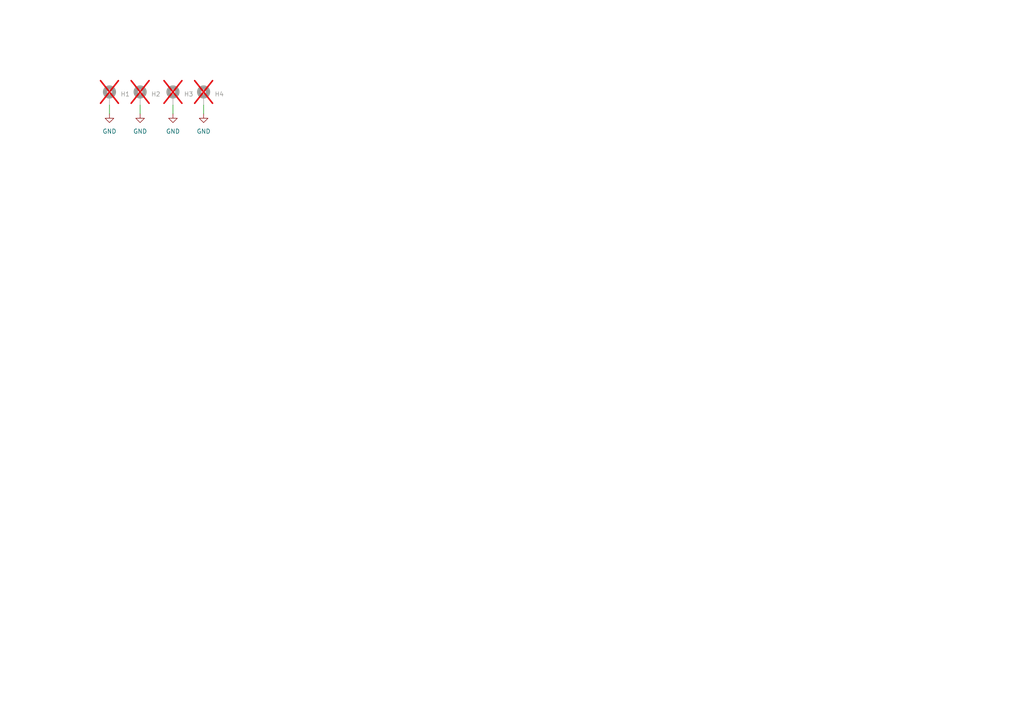
<source format=kicad_sch>
(kicad_sch (version 20250114) (generator "eeschema") (generator_version "9.0")
  (paper "A4")
  (lib_symbols
    (symbol "Mechanical:MountingHole_Pad" (pin_numbers (hide yes)) (pin_names (offset 1.016) (hide yes))
      (property "Reference" "H" (at 0 6.35 0))
      (property "Value" "MountingHole_Pad" (at 0 4.445 0))
      (symbol "MountingHole_Pad_0_1"
        (circle (center 0 1.27) (radius 1.27) (stroke (width 1.27)))
      )
      (symbol "MountingHole_Pad_1_1"
        (pin input line (at 0 -2.54 90) (length 2.54) (name "1") (number "1"))
      )
    )
    (symbol "power:GND" (power) (pin_names (offset 0))
      (property "Value" "GND" (at 0 -3.81 0))
      (symbol "GND_0_1"
        (polyline (pts (xy 0 0) (xy 0 -1.27) (xy 1.27 -1.27) (xy 0 -2.54) (xy -1.27 -1.27) (xy 0 -1.27)))
      )
      (symbol "GND_1_1"
        (pin power_in line (at 0 0 270) (length 0) (hide yes) (name "GND") (number "1"))
      )
    )
  )
  (wire (pts (xy 31.75 30.48) (xy 31.75 33.02)))
  (wire (pts (xy 40.64 30.48) (xy 40.64 33.02)))
  (wire (pts (xy 59.055 30.48) (xy 59.055 33.02)))
  (wire (pts (xy 50.165 30.48) (xy 50.165 33.02)))
  (symbol (lib_id "power:GND") (at 31.75 33.02 0) (mirror y) (unit 1)
    (property "Reference" "#PWR0352" (effects (hide yes)))
    (property "Value" "GND" (at 31.75 38.1 0))
  )
  (symbol (lib_id "Mechanical:MountingHole_Pad") (at 40.64 27.94 0) (unit 1) (in_bom no) (dnp yes)
    (property "Reference" "H2" (at 43.815 27.305 0) (effects (justify left)))
    (property "Value" "MountingHole_Pad" (effects (hide yes)))
    (property "Footprint" "MountingHole:MountingHole_4.5mm_Pad" (effects (hide yes)))
  )
  (symbol (lib_id "Mechanical:MountingHole_Pad") (at 50.165 27.94 0) (unit 1) (in_bom no) (dnp yes)
    (property "Reference" "H3" (at 53.34 27.305 0) (effects (justify left)))
    (property "Value" "MountingHole_Pad" (effects (hide yes)))
    (property "Footprint" "MountingHole:MountingHole_4.5mm_Pad" (effects (hide yes)))
  )
  (symbol (lib_id "Mechanical:MountingHole_Pad") (at 31.75 27.94 0) (unit 1) (in_bom no) (dnp yes)
    (property "Reference" "H1" (at 34.925 27.305 0) (effects (justify left)))
    (property "Value" "MountingHole_Pad" (effects (hide yes)))
    (property "Footprint" "MountingHole:MountingHole_4.5mm_Pad" (effects (hide yes)))
  )
  (symbol (lib_id "power:GND") (at 59.055 33.02 0) (mirror y) (unit 1)
    (property "Reference" "#PWR0355" (effects (hide yes)))
    (property "Value" "GND" (at 59.055 38.1 0))
  )
  (symbol (lib_id "power:GND") (at 50.165 33.02 0) (mirror y) (unit 1)
    (property "Reference" "#PWR0354" (effects (hide yes)))
    (property "Value" "GND" (at 50.165 38.1 0))
  )
  (symbol (lib_id "power:GND") (at 40.64 33.02 0) (mirror y) (unit 1)
    (property "Reference" "#PWR0353" (effects (hide yes)))
    (property "Value" "GND" (at 40.64 38.1 0))
  )
  (symbol (lib_id "Mechanical:MountingHole_Pad") (at 59.055 27.94 0) (unit 1) (in_bom no) (dnp yes)
    (property "Reference" "H4" (at 62.23 27.305 0) (effects (justify left)))
    (property "Value" "MountingHole_Pad" (effects (hide yes)))
    (property "Footprint" "MountingHole:MountingHole_4.5mm_Pad" (effects (hide yes)))
  )
)
</source>
